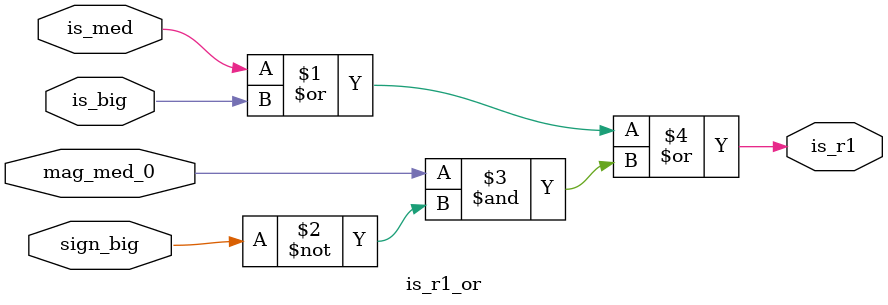
<source format=v>
`timescale 1ns/1ps

module is_r1_or (
  is_med,
  is_big,
  mag_med_0,
  sign_big,
  is_r1
  );

input     is_med ;
input     is_big ;
input     mag_med_0 ;
input     sign_big ;
output    is_r1 ;

wire is_r1 ;

assign  is_r1 = is_med | is_big | (mag_med_0 & ~sign_big) ;

endmodule

</source>
